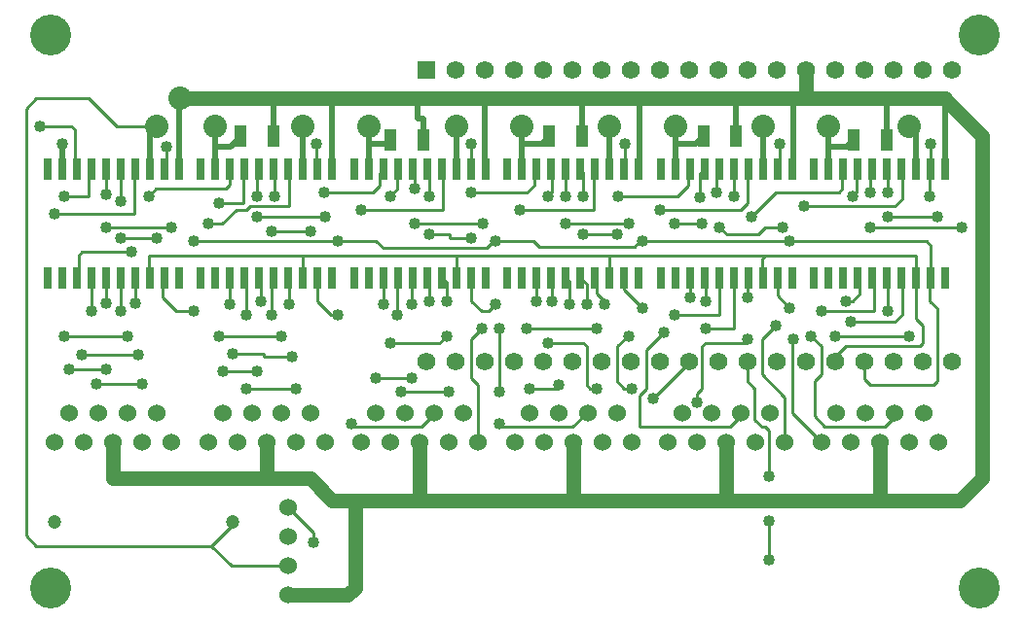
<source format=gbr>
G04 DesignSpark PCB Gerber Version 10.0 Build 5299*
%FSLAX35Y35*%
%MOIN*%
%ADD114R,0.02559X0.07677*%
%ADD104R,0.04055X0.07362*%
%ADD101R,0.06142X0.06142*%
%ADD12C,0.01000*%
%ADD97C,0.02000*%
%ADD14C,0.04000*%
%ADD21C,0.04724*%
%ADD98C,0.05000*%
%ADD103C,0.06000*%
%ADD102C,0.06142*%
%ADD99C,0.08000*%
%ADD100C,0.14000*%
X0Y0D02*
D02*
D12*
X9000Y171500D02*
X19800D01*
X21000Y170300D01*
Y157302D01*
X21600Y156702D01*
X14100Y141500D02*
X41400D01*
Y156502D01*
X41600Y156702D01*
X17400Y147500D02*
X25800D01*
Y155902D01*
X26600Y156702D01*
X19100Y88100D02*
X31600D01*
X23400Y93100D02*
X42600D01*
X26600Y108100D02*
Y119498D01*
X31600Y110600D02*
Y119498D01*
Y148100D02*
Y156702D01*
X36600Y107900D02*
Y119498D01*
Y145600D02*
Y156702D01*
X39100Y99500D02*
X17400D01*
X40200Y128300D02*
X23400D01*
X22200Y127100D01*
Y120098D01*
X21600Y119498D01*
X41600Y110600D02*
Y119498D01*
X44100Y83100D02*
X28200D01*
X49100Y133100D02*
X36600D01*
X51600Y119498D02*
X51000Y118898D01*
Y112700D01*
X55800Y107900D01*
X61800D01*
X52200Y164300D02*
Y157302D01*
X51600Y156702D01*
X54100Y136700D02*
X31600D01*
X67800Y27500D02*
X7800D01*
X4200Y31100D01*
Y177500D01*
X7800Y181100D01*
X25800D01*
X35400Y171500D01*
X49100D01*
X70200Y145100D02*
X78600D01*
Y156202D01*
X79100Y156702D01*
X71600Y87500D02*
X83400D01*
X74100Y119498D02*
Y110300D01*
Y156702D02*
Y151400D01*
X72600Y149900D01*
X48600D01*
X46200Y147500D01*
X75000Y93500D02*
X85800D01*
Y92300D01*
X95400D01*
X75124Y35600D02*
Y34824D01*
X67800Y27500D01*
X79800Y106700D02*
Y118798D01*
X79100Y119498D01*
X83400Y147500D02*
Y156002D01*
X84100Y156702D01*
X84600Y111500D02*
Y118998D01*
X84100Y119498D01*
X88200Y106700D02*
Y118598D01*
X89100Y119498D01*
X89400Y147500D02*
Y156402D01*
X89100Y156702D01*
X91600Y99500D02*
X70200D01*
X94100Y20600D02*
X74700D01*
X67800Y27500D01*
X94100Y156702D02*
X94200Y156602D01*
Y143900D01*
X81000D01*
X79800Y142700D01*
X76200D01*
X71400Y137900D01*
X66600D01*
X94200Y110300D02*
Y119398D01*
X94100Y119498D01*
X96600Y81500D02*
X79800D01*
X99100Y119498D02*
Y127100D01*
X46200D01*
Y119898D01*
X46600Y119498D01*
X101600Y135500D02*
X88200D01*
X102600Y28700D02*
Y32100D01*
X94100Y40600D01*
X103800Y165500D02*
Y157002D01*
X104100Y156702D01*
Y119498D02*
Y111200D01*
X108600Y106700D01*
X111000D01*
X106200Y148700D02*
X123000D01*
X125400Y151100D01*
Y155502D01*
X126600Y156702D01*
X106600Y140300D02*
X83400D01*
X111000Y131900D02*
X61800D01*
X119100Y142700D02*
X147000D01*
Y156302D01*
X146600Y156702D01*
X124100Y85100D02*
X136200D01*
X126600Y119498D02*
Y110300D01*
X129000Y147500D02*
X131400Y149900D01*
Y156502D01*
X131600Y156702D01*
X129100Y97100D02*
X145800D01*
X148200Y99500D01*
X131400Y106700D02*
Y119298D01*
X131600Y119498D01*
X136200Y110300D02*
Y119098D01*
X136600Y119498D01*
X137400Y149900D02*
Y155902D01*
X136600Y156702D01*
X142200Y111500D02*
Y118898D01*
X141600Y119498D01*
X142200Y147500D02*
Y156102D01*
X141600Y156702D01*
X144100Y73100D02*
Y72600D01*
X139800Y68300D01*
X117000D01*
X115800Y69500D01*
X148200Y111500D02*
Y117898D01*
X146600Y119498D01*
X149100Y80300D02*
X132600D01*
X151600Y119498D02*
Y127100D01*
X99100D01*
X156600Y119498D02*
Y111500D01*
X160200Y107900D01*
X162600D01*
X165000Y110300D01*
X156600Y133100D02*
X149400D01*
Y134300D01*
X142200D01*
X156600Y148700D02*
X175800D01*
X178200Y151100D01*
Y155802D01*
X179100Y156702D01*
X156600Y165500D02*
Y156702D01*
X159100Y63100D02*
Y82600D01*
X156600Y85100D01*
Y98300D01*
X160200Y101900D01*
X160600Y137900D02*
X137400D01*
X165000Y131900D02*
X164400D01*
X162100Y129600D01*
X126600D01*
X124100Y132100D01*
X111200D01*
X111000Y131900D01*
X166200Y80300D02*
Y101900D01*
X173400Y142700D02*
X198600D01*
Y156202D01*
X199100Y156702D01*
X175800Y101900D02*
X199800D01*
X176600Y81500D02*
X186600D01*
Y82700D01*
X179100Y119498D02*
Y111500D01*
X183000Y147500D02*
X184200Y148700D01*
Y156602D01*
X184100Y156702D01*
X184200Y111500D02*
Y119398D01*
X184100Y119498D01*
X189000Y147500D02*
Y156602D01*
X189100Y156702D01*
X190200Y110300D02*
Y118398D01*
X189100Y119498D01*
X195000Y147500D02*
Y155802D01*
X194100Y156702D01*
X196200Y110300D02*
Y117398D01*
X194100Y119498D01*
X196600Y73100D02*
X196200D01*
X191400Y68300D01*
X167400D01*
X166200Y69500D01*
X199800Y81500D02*
X197400D01*
X196200Y82700D01*
Y95900D01*
X195000Y97100D01*
X183000D01*
X202200Y110300D02*
Y111500D01*
X199800Y113900D01*
Y118798D01*
X199100Y119498D01*
X204100D02*
Y127100D01*
X151600D01*
X206600Y134300D02*
X195000D01*
X207000Y147500D02*
X227400D01*
X231000Y151100D01*
Y156102D01*
X231600Y156702D01*
X209100Y119498D02*
Y115400D01*
X215400Y109100D01*
X209400Y165500D02*
Y157002D01*
X209100Y156702D01*
X210600Y137900D02*
X189000D01*
X211600Y81500D02*
X209000D01*
X206600Y83900D01*
Y95900D01*
X210200Y99500D01*
X210600D01*
X215400Y131900D02*
X214400D01*
X212600Y130100D01*
X180100D01*
X178100Y132100D01*
X165200D01*
X165000Y131900D01*
X221400Y142700D02*
X249000D01*
X251400Y145100D01*
Y156502D01*
X251600Y156702D01*
X226200Y137900D02*
X235800D01*
X231305Y90600D02*
Y90205D01*
X219000Y77900D01*
X231600Y119498D02*
Y112700D01*
X234100Y76700D02*
Y79800D01*
X235800Y81500D01*
Y95900D01*
X237000Y97100D01*
X250200D01*
X251400Y98300D01*
X235100Y147100D02*
Y155202D01*
X236600Y156702D01*
X237000Y111500D02*
Y119098D01*
X236600Y119498D01*
X240600Y148700D02*
Y155702D01*
X241600Y156702D01*
Y119498D02*
X241800Y119298D01*
Y106700D01*
X226200D01*
X241800Y136700D02*
X244200Y134300D01*
X255000D01*
X257400Y136700D01*
X263400D01*
X246600Y119498D02*
Y101900D01*
X237000D01*
X246600Y147500D02*
Y156702D01*
X249100Y73100D02*
Y72000D01*
X245400Y68300D01*
X214200D01*
Y79100D01*
X216600Y81500D01*
Y94700D01*
X222600Y100700D01*
X251305Y90600D02*
Y83995D01*
X253800Y81500D01*
Y70700D01*
X256200Y68300D01*
X257400D01*
X258600Y67100D01*
Y51500D01*
X251400Y112700D02*
Y119298D01*
X251600Y119498D01*
X252600Y140300D02*
X261000Y148700D01*
X257400Y127100D02*
X204100D01*
X257400D02*
X256200Y125900D01*
Y119898D01*
X256600Y119498D01*
X258600Y35900D02*
Y22700D01*
X261000Y148700D02*
X282600D01*
X283800Y149900D01*
Y156402D01*
X284100Y156702D01*
X261600Y119498D02*
Y113300D01*
X265800Y109100D01*
X262200Y165500D02*
Y157302D01*
X261600Y156702D01*
X264100Y63100D02*
Y78400D01*
X256200Y86300D01*
Y98300D01*
X261000Y103100D01*
X265800Y131900D02*
X215400D01*
X270600Y143900D02*
X301800D01*
X304200Y146300D01*
Y156602D01*
X304100Y156702D01*
X276600Y63100D02*
X266600Y73100D01*
Y98300D01*
X267000D01*
X276600Y107900D02*
X294600D01*
Y118998D01*
X294100Y119498D01*
X281305Y90600D02*
Y92205D01*
X285000Y95900D01*
X310200D01*
X311400Y97100D01*
Y103100D01*
X309000Y105500D01*
Y119398D01*
X309100Y119498D01*
X285000Y111500D02*
X287400D01*
X289800Y113900D01*
Y118798D01*
X289100Y119498D01*
X286600Y104300D02*
X301800D01*
X304200Y106700D01*
Y119398D01*
X304100Y119498D01*
X287400Y147500D02*
X288600Y148700D01*
Y156202D01*
X289100Y156702D01*
X291305Y90600D02*
Y84795D01*
X293400Y82700D01*
X315000D01*
X316200Y83900D01*
Y109100D01*
X313800Y111500D01*
Y119198D01*
X314100Y119498D01*
X293400Y148700D02*
Y156002D01*
X294100Y156702D01*
X299400Y107900D02*
Y119198D01*
X299100Y119498D01*
X299400Y148700D02*
Y156402D01*
X299100Y156702D01*
X301600Y73100D02*
Y71700D01*
X298200Y68300D01*
X277800D01*
X274200Y71900D01*
Y83900D01*
X276600Y86300D01*
Y95900D01*
X273000Y99500D01*
X306600D02*
X281400D01*
X309100Y119498D02*
Y127100D01*
X257400D01*
X313800Y147500D02*
Y156402D01*
X314100Y156702D01*
Y119498D02*
Y130400D01*
X312600Y131900D01*
X265800D01*
X314100Y156702D02*
Y165500D01*
X316200Y140300D02*
X299400D01*
X324600Y136700D02*
X293400D01*
D02*
D14*
X9000Y171500D03*
X14100Y141500D03*
X16600Y165500D03*
X17400Y99500D03*
Y147500D03*
X19100Y88100D03*
X23400Y93100D03*
X26600Y108100D03*
X28200Y83100D03*
X31600Y88100D03*
Y110600D03*
Y136700D03*
Y148100D03*
X36600Y107900D03*
Y133100D03*
Y145600D03*
X39100Y99500D03*
X40200Y128300D03*
X41600Y110600D03*
X42600Y93100D03*
X44100Y83100D03*
X46200Y147500D03*
X49100Y133100D03*
X52200Y164300D03*
X54100Y136700D03*
X61800Y107900D03*
Y131900D03*
X66600Y137900D03*
X70200Y99500D03*
Y145100D03*
X71600Y87500D03*
X74100Y110300D03*
X75000Y93500D03*
X79800Y81500D03*
Y106700D03*
X83400Y87500D03*
Y140300D03*
Y147500D03*
X84600Y111500D03*
X88200Y106700D03*
Y135500D03*
X89400Y147500D03*
X91600Y99500D03*
X94200Y110300D03*
X95400Y92300D03*
X96600Y81500D03*
X101600Y135500D03*
X102600Y28700D03*
X103800Y165500D03*
X106200Y148700D03*
X106600Y140300D03*
X111000Y106700D03*
Y131900D03*
X115800Y69500D03*
X119100Y142700D03*
X124100Y85100D03*
X126600Y110300D03*
X129000Y147500D03*
X129100Y97100D03*
X131400Y106700D03*
X132600Y80300D03*
X136200Y85100D03*
Y110300D03*
X137400Y137900D03*
Y149900D03*
X142200Y111500D03*
Y134300D03*
Y147500D03*
X148200Y99500D03*
Y111500D03*
X149100Y80300D03*
X156600Y133100D03*
Y148700D03*
Y165500D03*
X160200Y101900D03*
X160600Y137900D03*
X165000Y110300D03*
Y131900D03*
X166200Y69500D03*
Y80300D03*
Y101900D03*
X173400Y142700D03*
X175800Y101900D03*
X176600Y81500D03*
X179100Y111500D03*
X183000Y97100D03*
Y147500D03*
X184200Y111500D03*
X186600Y82700D03*
X189000Y137900D03*
Y147500D03*
X190200Y110300D03*
X195000Y134300D03*
Y147500D03*
X196200Y110300D03*
X199800Y81500D03*
Y101900D03*
X202200Y110300D03*
X206600Y134300D03*
X207000Y147500D03*
X209400Y165500D03*
X210600Y99500D03*
Y137900D03*
X211600Y81500D03*
X215400Y109100D03*
Y131900D03*
X219000Y77900D03*
X221400Y142700D03*
X222600Y100700D03*
X226200Y106700D03*
Y137900D03*
X231600Y112700D03*
X234100Y76700D03*
X235100Y147100D03*
X235800Y137900D03*
X237000Y101900D03*
Y111500D03*
X240600Y148700D03*
X241800Y136700D03*
X246600Y147500D03*
X251400Y98300D03*
Y112700D03*
X252600Y140300D03*
X258600Y22700D03*
Y35900D03*
Y51500D03*
X261000Y103100D03*
X262200Y165500D03*
X263400Y136700D03*
X265800Y109100D03*
Y131900D03*
X267000Y98300D03*
X270600Y143900D03*
X273000Y99500D03*
X276600Y107900D03*
X281400Y99500D03*
X285000Y111500D03*
X286600Y104300D03*
X287400Y147500D03*
X293400Y136700D03*
Y148700D03*
X299400Y107900D03*
Y140300D03*
Y148700D03*
X306600Y99500D03*
X313800Y147500D03*
X314100Y165500D03*
X316200Y140300D03*
X324600Y136700D03*
D02*
D21*
X14100Y35600D03*
X75124D03*
D02*
D97*
X16600Y156702D02*
Y165500D01*
X46600Y156702D02*
Y169000D01*
X49100Y171500D01*
X56600Y181100D02*
Y156702D01*
X69100D02*
Y164300D01*
X74209D01*
X77809Y167900D01*
X69100Y164300D02*
Y171500D01*
X88991Y167900D02*
Y181100D01*
X99100Y156702D02*
Y171500D01*
X109100Y181100D02*
Y156702D01*
X121600D02*
Y165500D01*
X127809D01*
X129009Y166700D01*
X121600Y165500D02*
Y171500D01*
X140191Y166700D02*
Y174100D01*
X138191D01*
Y181100D01*
X151600Y156702D02*
Y171500D01*
X161400Y181100D02*
Y156902D01*
X161600Y156702D01*
X174100D02*
Y165500D01*
X181009D01*
X183409Y167900D01*
X174100Y165500D02*
Y171500D01*
X194591Y167900D02*
Y181100D01*
X204100Y156702D02*
Y171500D01*
X214200Y181100D02*
Y156802D01*
X214100Y156702D01*
X226600D02*
Y165500D01*
X233809D01*
X236209Y167900D01*
X226600Y165500D02*
Y171500D01*
X247391Y167900D02*
Y181100D01*
X256600Y156702D02*
Y171500D01*
X267000Y181100D02*
Y157102D01*
X266600Y156702D01*
X279100D02*
Y164300D01*
X285409D01*
X287809Y166700D01*
X279100Y164300D02*
Y171500D01*
X298991Y166700D02*
Y181100D01*
X306600Y171500D02*
X309100Y169000D01*
Y156702D01*
X319100Y181100D02*
Y156702D01*
D02*
D98*
X57000Y181100D02*
X56600D01*
X86600Y50600D02*
X34100D01*
Y63100D01*
X86600D02*
Y50600D01*
X88991Y181100D02*
X57000D01*
X94100Y10600D02*
X114500D01*
X117000Y13100D01*
Y43100D01*
X109100Y181100D02*
X88991D01*
X111600Y43100D02*
X109100D01*
X101600Y50600D01*
X86600D01*
X117000Y43100D02*
X111600D01*
X138191Y181100D02*
X109100D01*
X139100Y43100D02*
X117000D01*
X139100Y63100D02*
Y43100D01*
X161400Y181100D02*
X138191D01*
X191600Y43100D02*
X139100D01*
X191600Y63100D02*
Y43100D01*
X194591Y181100D02*
X161400D01*
X214200D02*
X194591D01*
X244100Y43100D02*
X191600D01*
X244100Y63100D02*
Y43100D01*
X247391Y181100D02*
X214200D01*
X267000D02*
X247391D01*
X271305D02*
X267000D01*
X271305D02*
X298991D01*
X271305Y190600D02*
Y181100D01*
X296600Y43100D02*
X244100D01*
X296600Y63100D02*
Y43100D01*
X298991Y181100D02*
X319100D01*
Y180600D01*
X331600Y168100D01*
Y50600D01*
X324100Y43100D01*
X296600D01*
D02*
D99*
X49100Y171500D03*
X57000Y181100D03*
X69100Y171500D03*
X99100D03*
X121600D03*
X151600D03*
X174100D03*
X204100D03*
X226600D03*
X256600D03*
X279100D03*
X306600D03*
D02*
D100*
X12600Y13100D03*
Y202700D03*
X330600Y13100D03*
Y202700D03*
D02*
D101*
X141305Y190600D03*
D02*
D102*
Y90600D03*
X151305D03*
Y190600D03*
X161305Y90600D03*
Y190600D03*
X171305Y90600D03*
Y190600D03*
X181305Y90600D03*
Y190600D03*
X191305Y90600D03*
Y190600D03*
X201305Y90600D03*
Y190600D03*
X211305Y90600D03*
Y190600D03*
X221305Y90600D03*
Y190600D03*
X231305Y90600D03*
Y190600D03*
X241305Y90600D03*
Y190600D03*
X251305Y90600D03*
Y190600D03*
X261305Y90600D03*
Y190600D03*
X271305Y90600D03*
Y190600D03*
X281305Y90600D03*
Y190600D03*
X291305Y90600D03*
Y190600D03*
X301305Y90600D03*
Y190600D03*
X311305Y90600D03*
Y190600D03*
X321305Y90600D03*
Y190600D03*
D02*
D103*
X14100Y63100D03*
X19100Y73100D03*
X24100Y63100D03*
X29100Y73100D03*
X34100Y63100D03*
X39100Y73100D03*
X44100Y63100D03*
X49100Y73100D03*
X54100Y63100D03*
X66600D03*
X71600Y73100D03*
X76600Y63100D03*
X81600Y73100D03*
X86600Y63100D03*
X91600Y73100D03*
X94100Y10600D03*
Y20600D03*
Y30600D03*
Y40600D03*
X96600Y63100D03*
X101600Y73100D03*
X106600Y63100D03*
X119100D03*
X124100Y73100D03*
X129100Y63100D03*
X134100Y73100D03*
X139100Y63100D03*
X144100Y73100D03*
X149100Y63100D03*
X154100Y73100D03*
X159100Y63100D03*
X171600D03*
X176600Y73100D03*
X181600Y63100D03*
X186600Y73100D03*
X191600Y63100D03*
X196600Y73100D03*
X201600Y63100D03*
X206600Y73100D03*
X211600Y63100D03*
X224100D03*
X229100Y73100D03*
X234100Y63100D03*
X239100Y73100D03*
X244100Y63100D03*
X249100Y73100D03*
X254100Y63100D03*
X259100Y73100D03*
X264100Y63100D03*
X276600D03*
X281600Y73100D03*
X286600Y63100D03*
X291600Y73100D03*
X296600Y63100D03*
X301600Y73100D03*
X306600Y63100D03*
X311600Y73100D03*
X316600Y63100D03*
D02*
D104*
X77809Y167900D03*
X88991D03*
X129009Y166700D03*
X140191D03*
X183409Y167900D03*
X194591D03*
X236209D03*
X247391D03*
X287809Y166700D03*
X298991D03*
D02*
D114*
X11600Y119498D03*
Y156702D03*
X16600Y119498D03*
Y156702D03*
X21600Y119498D03*
Y156702D03*
X26600Y119498D03*
Y156702D03*
X31600Y119498D03*
Y156702D03*
X36600Y119498D03*
Y156702D03*
X41600Y119498D03*
Y156702D03*
X46600Y119498D03*
Y156702D03*
X51600Y119498D03*
Y156702D03*
X56600Y119498D03*
Y156702D03*
X64100Y119498D03*
Y156702D03*
X69100Y119498D03*
Y156702D03*
X74100Y119498D03*
Y156702D03*
X79100Y119498D03*
Y156702D03*
X84100Y119498D03*
Y156702D03*
X89100Y119498D03*
Y156702D03*
X94100Y119498D03*
Y156702D03*
X99100Y119498D03*
Y156702D03*
X104100Y119498D03*
Y156702D03*
X109100Y119498D03*
Y156702D03*
X116600Y119498D03*
Y156702D03*
X121600Y119498D03*
Y156702D03*
X126600Y119498D03*
Y156702D03*
X131600Y119498D03*
Y156702D03*
X136600Y119498D03*
Y156702D03*
X141600Y119498D03*
Y156702D03*
X146600Y119498D03*
Y156702D03*
X151600Y119498D03*
Y156702D03*
X156600Y119498D03*
Y156702D03*
X161600Y119498D03*
Y156702D03*
X169100Y119498D03*
Y156702D03*
X174100Y119498D03*
Y156702D03*
X179100Y119498D03*
Y156702D03*
X184100Y119498D03*
Y156702D03*
X189100Y119498D03*
Y156702D03*
X194100Y119498D03*
Y156702D03*
X199100Y119498D03*
Y156702D03*
X204100Y119498D03*
Y156702D03*
X209100Y119498D03*
Y156702D03*
X214100Y119498D03*
Y156702D03*
X221600Y119498D03*
Y156702D03*
X226600Y119498D03*
Y156702D03*
X231600Y119498D03*
Y156702D03*
X236600Y119498D03*
Y156702D03*
X241600Y119498D03*
Y156702D03*
X246600Y119498D03*
Y156702D03*
X251600Y119498D03*
Y156702D03*
X256600Y119498D03*
Y156702D03*
X261600Y119498D03*
Y156702D03*
X266600Y119498D03*
Y156702D03*
X274100Y119498D03*
Y156702D03*
X279100Y119498D03*
Y156702D03*
X284100Y119498D03*
Y156702D03*
X289100Y119498D03*
Y156702D03*
X294100Y119498D03*
Y156702D03*
X299100Y119498D03*
Y156702D03*
X304100Y119498D03*
Y156702D03*
X309100Y119498D03*
Y156702D03*
X314100Y119498D03*
Y156702D03*
X319100Y119498D03*
Y156702D03*
X0Y0D02*
M02*

</source>
